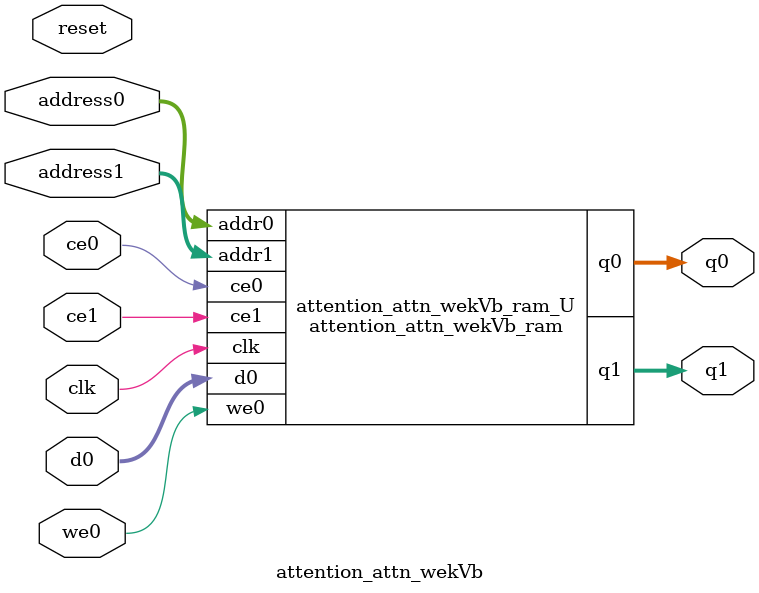
<source format=v>
`timescale 1 ns / 1 ps
module attention_attn_wekVb_ram (addr0, ce0, d0, we0, q0, addr1, ce1, q1,  clk);

parameter DWIDTH = 40;
parameter AWIDTH = 7;
parameter MEM_SIZE = 96;

input[AWIDTH-1:0] addr0;
input ce0;
input[DWIDTH-1:0] d0;
input we0;
output reg[DWIDTH-1:0] q0;
input[AWIDTH-1:0] addr1;
input ce1;
output reg[DWIDTH-1:0] q1;
input clk;

(* ram_style = "block" *)reg [DWIDTH-1:0] ram[0:MEM_SIZE-1];




always @(posedge clk)  
begin 
    if (ce0) begin
        if (we0) 
            ram[addr0] <= d0; 
        q0 <= ram[addr0];
    end
end


always @(posedge clk)  
begin 
    if (ce1) begin
        q1 <= ram[addr1];
    end
end


endmodule

`timescale 1 ns / 1 ps
module attention_attn_wekVb(
    reset,
    clk,
    address0,
    ce0,
    we0,
    d0,
    q0,
    address1,
    ce1,
    q1);

parameter DataWidth = 32'd40;
parameter AddressRange = 32'd96;
parameter AddressWidth = 32'd7;
input reset;
input clk;
input[AddressWidth - 1:0] address0;
input ce0;
input we0;
input[DataWidth - 1:0] d0;
output[DataWidth - 1:0] q0;
input[AddressWidth - 1:0] address1;
input ce1;
output[DataWidth - 1:0] q1;



attention_attn_wekVb_ram attention_attn_wekVb_ram_U(
    .clk( clk ),
    .addr0( address0 ),
    .ce0( ce0 ),
    .we0( we0 ),
    .d0( d0 ),
    .q0( q0 ),
    .addr1( address1 ),
    .ce1( ce1 ),
    .q1( q1 ));

endmodule


</source>
